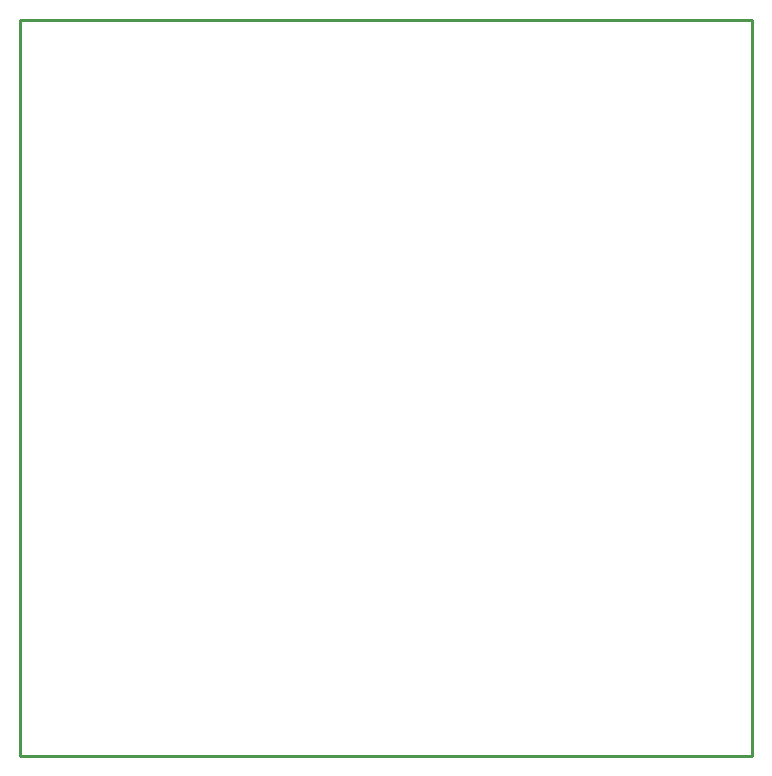
<source format=gm1>
G04*
G04 #@! TF.GenerationSoftware,Altium Limited,Altium Designer,20.0.2 (26)*
G04*
G04 Layer_Color=16711935*
%FSLAX44Y44*%
%MOMM*%
G71*
G01*
G75*
%ADD15C,0.2540*%
D15*
X254000Y664210D02*
X873760D01*
X254000Y1287780D02*
X254000Y664210D01*
X254000Y1287780D02*
X873760D01*
Y664210D02*
Y1287780D01*
M02*

</source>
